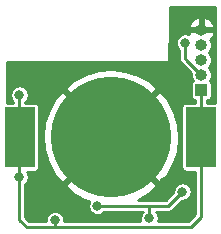
<source format=gbr>
G04 #@! TF.GenerationSoftware,KiCad,Pcbnew,(5.1.0)-1*
G04 #@! TF.CreationDate,2019-05-15T12:27:27+02:00*
G04 #@! TF.ProjectId,expansion,65787061-6e73-4696-9f6e-2e6b69636164,rev?*
G04 #@! TF.SameCoordinates,Original*
G04 #@! TF.FileFunction,Copper,L2,Bot*
G04 #@! TF.FilePolarity,Positive*
%FSLAX46Y46*%
G04 Gerber Fmt 4.6, Leading zero omitted, Abs format (unit mm)*
G04 Created by KiCad (PCBNEW (5.1.0)-1) date 2019-05-15 12:27:27*
%MOMM*%
%LPD*%
G04 APERTURE LIST*
%ADD10R,2.500000X5.100000*%
%ADD11C,10.200000*%
%ADD12R,1.000000X1.000000*%
%ADD13O,1.000000X1.000000*%
%ADD14C,0.800000*%
%ADD15C,0.250000*%
%ADD16C,0.254000*%
G04 APERTURE END LIST*
D10*
X131050000Y-65000000D03*
X146350000Y-65000000D03*
D11*
X138750000Y-65000000D03*
D12*
X146400000Y-61000000D03*
D13*
X146400000Y-59730000D03*
X146400000Y-58460000D03*
X146400000Y-57190000D03*
X146400000Y-55920000D03*
D14*
X134000000Y-72000000D03*
X131000000Y-61400000D03*
X131000000Y-68400000D03*
X134200000Y-69674990D03*
X143200000Y-68800000D03*
X131500000Y-59250000D03*
X133200000Y-68000000D03*
X137600000Y-70800000D03*
X142000000Y-71874990D03*
X144800000Y-69599986D03*
X145000000Y-57000000D03*
D15*
X131000000Y-67750000D02*
X131000000Y-64550000D01*
X131000000Y-64550000D02*
X131050000Y-64500000D01*
X145500010Y-72599990D02*
X146350000Y-71750000D01*
X131000000Y-67750000D02*
X131000000Y-72000000D01*
X131000000Y-72000000D02*
X131599990Y-72599990D01*
X146350000Y-67300000D02*
X146350000Y-64500000D01*
X133999990Y-72565695D02*
X133999990Y-72599990D01*
X134000000Y-72565685D02*
X133999990Y-72565695D01*
X134000000Y-72000000D02*
X134000000Y-72565685D01*
X131599990Y-72599990D02*
X133999990Y-72599990D01*
X133999990Y-72599990D02*
X145500010Y-72599990D01*
X146350000Y-71750000D02*
X146350000Y-64500000D01*
X131000000Y-64950000D02*
X131050000Y-65000000D01*
X131000000Y-61400000D02*
X131000000Y-64950000D01*
X146400000Y-64950000D02*
X146350000Y-65000000D01*
X146400000Y-61000000D02*
X146400000Y-64950000D01*
X142000000Y-71309305D02*
X142000000Y-70800000D01*
X142000000Y-71874990D02*
X142000000Y-71309305D01*
X142000000Y-70800000D02*
X137600000Y-70800000D01*
X143599986Y-70800000D02*
X144400001Y-69999985D01*
X142000000Y-70800000D02*
X143599986Y-70800000D01*
X144400001Y-69999985D02*
X144800000Y-69599986D01*
X145000000Y-58330000D02*
X145200000Y-58530000D01*
X145000000Y-57000000D02*
X145000000Y-58330000D01*
X145200000Y-58530000D02*
X146400000Y-59730000D01*
D16*
G36*
X147544000Y-62067157D02*
G01*
X146906000Y-62067157D01*
X146906000Y-61882252D01*
X146974689Y-61875487D01*
X147046508Y-61853701D01*
X147112696Y-61818322D01*
X147170711Y-61770711D01*
X147218322Y-61712696D01*
X147253701Y-61646508D01*
X147275487Y-61574689D01*
X147282843Y-61500000D01*
X147282843Y-60500000D01*
X147275487Y-60425311D01*
X147253701Y-60353492D01*
X147218322Y-60287304D01*
X147170711Y-60229289D01*
X147143858Y-60207251D01*
X147217875Y-60068775D01*
X147268252Y-59902706D01*
X147285262Y-59730000D01*
X147268252Y-59557294D01*
X147217875Y-59391225D01*
X147136068Y-59238175D01*
X147025975Y-59104025D01*
X147014978Y-59095000D01*
X147025975Y-59085975D01*
X147136068Y-58951825D01*
X147217875Y-58798775D01*
X147268252Y-58632706D01*
X147285262Y-58460000D01*
X147268252Y-58287294D01*
X147217875Y-58121225D01*
X147136068Y-57968175D01*
X147025975Y-57834025D01*
X147014978Y-57825000D01*
X147025975Y-57815975D01*
X147136068Y-57681825D01*
X147217875Y-57528775D01*
X147268252Y-57362706D01*
X147285262Y-57190000D01*
X147268252Y-57017294D01*
X147217875Y-56851225D01*
X147164626Y-56751604D01*
X147258865Y-56662020D01*
X147387123Y-56480206D01*
X147477446Y-56276864D01*
X147494119Y-56221874D01*
X147367954Y-56047000D01*
X146527000Y-56047000D01*
X146527000Y-56067000D01*
X146273000Y-56067000D01*
X146273000Y-56047000D01*
X145432046Y-56047000D01*
X145305881Y-56221874D01*
X145322554Y-56276864D01*
X145328756Y-56290827D01*
X145227809Y-56249013D01*
X145076922Y-56219000D01*
X144923078Y-56219000D01*
X144772191Y-56249013D01*
X144630058Y-56307887D01*
X144502141Y-56393358D01*
X144393358Y-56502141D01*
X144307887Y-56630058D01*
X144249013Y-56772191D01*
X144219000Y-56923078D01*
X144219000Y-57076922D01*
X144249013Y-57227809D01*
X144307887Y-57369942D01*
X144393358Y-57497859D01*
X144494000Y-57598501D01*
X144494001Y-58305144D01*
X144491553Y-58330000D01*
X144501322Y-58429192D01*
X144530255Y-58524574D01*
X144543098Y-58548601D01*
X144577242Y-58612479D01*
X144640474Y-58689527D01*
X144659781Y-58705372D01*
X145529951Y-59575542D01*
X145514738Y-59730000D01*
X145531748Y-59902706D01*
X145582125Y-60068775D01*
X145656142Y-60207251D01*
X145629289Y-60229289D01*
X145581678Y-60287304D01*
X145546299Y-60353492D01*
X145524513Y-60425311D01*
X145517157Y-60500000D01*
X145517157Y-61500000D01*
X145524513Y-61574689D01*
X145546299Y-61646508D01*
X145581678Y-61712696D01*
X145629289Y-61770711D01*
X145687304Y-61818322D01*
X145753492Y-61853701D01*
X145825311Y-61875487D01*
X145894000Y-61882252D01*
X145894000Y-62067157D01*
X145100000Y-62067157D01*
X145025311Y-62074513D01*
X144953492Y-62096299D01*
X144887304Y-62131678D01*
X144829289Y-62179289D01*
X144781678Y-62237304D01*
X144746299Y-62303492D01*
X144724513Y-62375311D01*
X144717157Y-62450000D01*
X144717157Y-67550000D01*
X144724513Y-67624689D01*
X144746299Y-67696508D01*
X144781678Y-67762696D01*
X144829289Y-67820711D01*
X144887304Y-67868322D01*
X144953492Y-67903701D01*
X145025311Y-67925487D01*
X145100000Y-67932843D01*
X145844001Y-67932843D01*
X145844000Y-71540408D01*
X145290419Y-72093990D01*
X142752739Y-72093990D01*
X142781000Y-71951912D01*
X142781000Y-71798068D01*
X142750987Y-71647181D01*
X142692113Y-71505048D01*
X142606642Y-71377131D01*
X142535511Y-71306000D01*
X143575140Y-71306000D01*
X143599986Y-71308447D01*
X143624832Y-71306000D01*
X143624840Y-71306000D01*
X143699179Y-71298678D01*
X143794561Y-71269745D01*
X143882465Y-71222759D01*
X143959513Y-71159527D01*
X143975362Y-71140215D01*
X144734592Y-70380986D01*
X144876922Y-70380986D01*
X145027809Y-70350973D01*
X145169942Y-70292099D01*
X145297859Y-70206628D01*
X145406642Y-70097845D01*
X145492113Y-69969928D01*
X145550987Y-69827795D01*
X145581000Y-69676908D01*
X145581000Y-69523064D01*
X145550987Y-69372177D01*
X145492113Y-69230044D01*
X145406642Y-69102127D01*
X145297859Y-68993344D01*
X145169942Y-68907873D01*
X145027809Y-68848999D01*
X144876922Y-68818986D01*
X144723078Y-68818986D01*
X144572191Y-68848999D01*
X144430058Y-68907873D01*
X144302141Y-68993344D01*
X144193358Y-69102127D01*
X144107887Y-69230044D01*
X144049013Y-69372177D01*
X144019000Y-69523064D01*
X144019000Y-69665394D01*
X143390395Y-70294000D01*
X142024854Y-70294000D01*
X142000000Y-70291552D01*
X141975146Y-70294000D01*
X140994532Y-70294000D01*
X141868581Y-69845999D01*
X142033691Y-69735678D01*
X142621806Y-69051411D01*
X138750000Y-65179605D01*
X134878194Y-69051411D01*
X135466309Y-69735678D01*
X136453289Y-70285299D01*
X136907251Y-70431594D01*
X136849013Y-70572191D01*
X136819000Y-70723078D01*
X136819000Y-70876922D01*
X136849013Y-71027809D01*
X136907887Y-71169942D01*
X136993358Y-71297859D01*
X137102141Y-71406642D01*
X137230058Y-71492113D01*
X137372191Y-71550987D01*
X137523078Y-71581000D01*
X137676922Y-71581000D01*
X137827809Y-71550987D01*
X137969942Y-71492113D01*
X138097859Y-71406642D01*
X138198501Y-71306000D01*
X141464489Y-71306000D01*
X141393358Y-71377131D01*
X141307887Y-71505048D01*
X141249013Y-71647181D01*
X141219000Y-71798068D01*
X141219000Y-71951912D01*
X141247261Y-72093990D01*
X134777605Y-72093990D01*
X134781000Y-72076922D01*
X134781000Y-71923078D01*
X134750987Y-71772191D01*
X134692113Y-71630058D01*
X134606642Y-71502141D01*
X134497859Y-71393358D01*
X134369942Y-71307887D01*
X134227809Y-71249013D01*
X134076922Y-71219000D01*
X133923078Y-71219000D01*
X133772191Y-71249013D01*
X133630058Y-71307887D01*
X133502141Y-71393358D01*
X133393358Y-71502141D01*
X133307887Y-71630058D01*
X133249013Y-71772191D01*
X133219000Y-71923078D01*
X133219000Y-72076922D01*
X133222395Y-72093990D01*
X131809582Y-72093990D01*
X131506000Y-71790409D01*
X131506000Y-68998501D01*
X131606642Y-68897859D01*
X131692113Y-68769942D01*
X131750987Y-68627809D01*
X131781000Y-68476922D01*
X131781000Y-68323078D01*
X131750987Y-68172191D01*
X131692113Y-68030058D01*
X131627156Y-67932843D01*
X132300000Y-67932843D01*
X132374689Y-67925487D01*
X132446508Y-67903701D01*
X132512696Y-67868322D01*
X132570711Y-67820711D01*
X132618322Y-67762696D01*
X132653701Y-67696508D01*
X132675487Y-67624689D01*
X132682843Y-67550000D01*
X132682843Y-64900712D01*
X132988108Y-64900712D01*
X133079451Y-66026710D01*
X133388711Y-67113251D01*
X133904001Y-68118581D01*
X134014322Y-68283691D01*
X134698589Y-68871806D01*
X138570395Y-65000000D01*
X138929605Y-65000000D01*
X142801411Y-68871806D01*
X143485678Y-68283691D01*
X144035299Y-67296711D01*
X144381809Y-66221470D01*
X144511892Y-65099288D01*
X144420549Y-63973290D01*
X144111289Y-62886749D01*
X143595999Y-61881419D01*
X143485678Y-61716309D01*
X142801411Y-61128194D01*
X138929605Y-65000000D01*
X138570395Y-65000000D01*
X134698589Y-61128194D01*
X134014322Y-61716309D01*
X133464701Y-62703289D01*
X133118191Y-63778530D01*
X132988108Y-64900712D01*
X132682843Y-64900712D01*
X132682843Y-62450000D01*
X132675487Y-62375311D01*
X132653701Y-62303492D01*
X132618322Y-62237304D01*
X132570711Y-62179289D01*
X132512696Y-62131678D01*
X132446508Y-62096299D01*
X132374689Y-62074513D01*
X132300000Y-62067157D01*
X131506000Y-62067157D01*
X131506000Y-61998501D01*
X131606642Y-61897859D01*
X131692113Y-61769942D01*
X131750987Y-61627809D01*
X131781000Y-61476922D01*
X131781000Y-61323078D01*
X131750987Y-61172191D01*
X131692113Y-61030058D01*
X131637678Y-60948589D01*
X134878194Y-60948589D01*
X138750000Y-64820395D01*
X142621806Y-60948589D01*
X142033691Y-60264322D01*
X141046711Y-59714701D01*
X139971470Y-59368191D01*
X138849288Y-59238108D01*
X137723290Y-59329451D01*
X136636749Y-59638711D01*
X135631419Y-60154001D01*
X135466309Y-60264322D01*
X134878194Y-60948589D01*
X131637678Y-60948589D01*
X131606642Y-60902141D01*
X131497859Y-60793358D01*
X131369942Y-60707887D01*
X131227809Y-60649013D01*
X131076922Y-60619000D01*
X130923078Y-60619000D01*
X130772191Y-60649013D01*
X130630058Y-60707887D01*
X130502141Y-60793358D01*
X130393358Y-60902141D01*
X130307887Y-61030058D01*
X130249013Y-61172191D01*
X130219000Y-61323078D01*
X130219000Y-61476922D01*
X130249013Y-61627809D01*
X130307887Y-61769942D01*
X130393358Y-61897859D01*
X130494000Y-61998501D01*
X130494000Y-62067157D01*
X129956000Y-62067157D01*
X129956000Y-58627000D01*
X143500000Y-58627000D01*
X143524776Y-58624560D01*
X143548601Y-58617333D01*
X143570557Y-58605597D01*
X143589803Y-58589803D01*
X143605597Y-58570557D01*
X143617333Y-58548601D01*
X143624560Y-58524776D01*
X143627000Y-58500000D01*
X143627000Y-58459377D01*
X143633175Y-58456137D01*
X143652542Y-58440491D01*
X143668483Y-58421368D01*
X143680388Y-58399503D01*
X143687798Y-58375735D01*
X143690429Y-58350978D01*
X143711467Y-55618126D01*
X145305881Y-55618126D01*
X145432046Y-55793000D01*
X146273000Y-55793000D01*
X146273000Y-54950871D01*
X146527000Y-54950871D01*
X146527000Y-55793000D01*
X147367954Y-55793000D01*
X147494119Y-55618126D01*
X147477446Y-55563136D01*
X147387123Y-55359794D01*
X147258865Y-55177980D01*
X147097601Y-55024682D01*
X146909529Y-54905790D01*
X146701876Y-54825874D01*
X146527000Y-54950871D01*
X146273000Y-54950871D01*
X146098124Y-54825874D01*
X145890471Y-54905790D01*
X145702399Y-55024682D01*
X145541135Y-55177980D01*
X145412877Y-55359794D01*
X145322554Y-55563136D01*
X145305881Y-55618126D01*
X143711467Y-55618126D01*
X143724263Y-53956000D01*
X147544000Y-53956000D01*
X147544000Y-62067157D01*
X147544000Y-62067157D01*
G37*
X147544000Y-62067157D02*
X146906000Y-62067157D01*
X146906000Y-61882252D01*
X146974689Y-61875487D01*
X147046508Y-61853701D01*
X147112696Y-61818322D01*
X147170711Y-61770711D01*
X147218322Y-61712696D01*
X147253701Y-61646508D01*
X147275487Y-61574689D01*
X147282843Y-61500000D01*
X147282843Y-60500000D01*
X147275487Y-60425311D01*
X147253701Y-60353492D01*
X147218322Y-60287304D01*
X147170711Y-60229289D01*
X147143858Y-60207251D01*
X147217875Y-60068775D01*
X147268252Y-59902706D01*
X147285262Y-59730000D01*
X147268252Y-59557294D01*
X147217875Y-59391225D01*
X147136068Y-59238175D01*
X147025975Y-59104025D01*
X147014978Y-59095000D01*
X147025975Y-59085975D01*
X147136068Y-58951825D01*
X147217875Y-58798775D01*
X147268252Y-58632706D01*
X147285262Y-58460000D01*
X147268252Y-58287294D01*
X147217875Y-58121225D01*
X147136068Y-57968175D01*
X147025975Y-57834025D01*
X147014978Y-57825000D01*
X147025975Y-57815975D01*
X147136068Y-57681825D01*
X147217875Y-57528775D01*
X147268252Y-57362706D01*
X147285262Y-57190000D01*
X147268252Y-57017294D01*
X147217875Y-56851225D01*
X147164626Y-56751604D01*
X147258865Y-56662020D01*
X147387123Y-56480206D01*
X147477446Y-56276864D01*
X147494119Y-56221874D01*
X147367954Y-56047000D01*
X146527000Y-56047000D01*
X146527000Y-56067000D01*
X146273000Y-56067000D01*
X146273000Y-56047000D01*
X145432046Y-56047000D01*
X145305881Y-56221874D01*
X145322554Y-56276864D01*
X145328756Y-56290827D01*
X145227809Y-56249013D01*
X145076922Y-56219000D01*
X144923078Y-56219000D01*
X144772191Y-56249013D01*
X144630058Y-56307887D01*
X144502141Y-56393358D01*
X144393358Y-56502141D01*
X144307887Y-56630058D01*
X144249013Y-56772191D01*
X144219000Y-56923078D01*
X144219000Y-57076922D01*
X144249013Y-57227809D01*
X144307887Y-57369942D01*
X144393358Y-57497859D01*
X144494000Y-57598501D01*
X144494001Y-58305144D01*
X144491553Y-58330000D01*
X144501322Y-58429192D01*
X144530255Y-58524574D01*
X144543098Y-58548601D01*
X144577242Y-58612479D01*
X144640474Y-58689527D01*
X144659781Y-58705372D01*
X145529951Y-59575542D01*
X145514738Y-59730000D01*
X145531748Y-59902706D01*
X145582125Y-60068775D01*
X145656142Y-60207251D01*
X145629289Y-60229289D01*
X145581678Y-60287304D01*
X145546299Y-60353492D01*
X145524513Y-60425311D01*
X145517157Y-60500000D01*
X145517157Y-61500000D01*
X145524513Y-61574689D01*
X145546299Y-61646508D01*
X145581678Y-61712696D01*
X145629289Y-61770711D01*
X145687304Y-61818322D01*
X145753492Y-61853701D01*
X145825311Y-61875487D01*
X145894000Y-61882252D01*
X145894000Y-62067157D01*
X145100000Y-62067157D01*
X145025311Y-62074513D01*
X144953492Y-62096299D01*
X144887304Y-62131678D01*
X144829289Y-62179289D01*
X144781678Y-62237304D01*
X144746299Y-62303492D01*
X144724513Y-62375311D01*
X144717157Y-62450000D01*
X144717157Y-67550000D01*
X144724513Y-67624689D01*
X144746299Y-67696508D01*
X144781678Y-67762696D01*
X144829289Y-67820711D01*
X144887304Y-67868322D01*
X144953492Y-67903701D01*
X145025311Y-67925487D01*
X145100000Y-67932843D01*
X145844001Y-67932843D01*
X145844000Y-71540408D01*
X145290419Y-72093990D01*
X142752739Y-72093990D01*
X142781000Y-71951912D01*
X142781000Y-71798068D01*
X142750987Y-71647181D01*
X142692113Y-71505048D01*
X142606642Y-71377131D01*
X142535511Y-71306000D01*
X143575140Y-71306000D01*
X143599986Y-71308447D01*
X143624832Y-71306000D01*
X143624840Y-71306000D01*
X143699179Y-71298678D01*
X143794561Y-71269745D01*
X143882465Y-71222759D01*
X143959513Y-71159527D01*
X143975362Y-71140215D01*
X144734592Y-70380986D01*
X144876922Y-70380986D01*
X145027809Y-70350973D01*
X145169942Y-70292099D01*
X145297859Y-70206628D01*
X145406642Y-70097845D01*
X145492113Y-69969928D01*
X145550987Y-69827795D01*
X145581000Y-69676908D01*
X145581000Y-69523064D01*
X145550987Y-69372177D01*
X145492113Y-69230044D01*
X145406642Y-69102127D01*
X145297859Y-68993344D01*
X145169942Y-68907873D01*
X145027809Y-68848999D01*
X144876922Y-68818986D01*
X144723078Y-68818986D01*
X144572191Y-68848999D01*
X144430058Y-68907873D01*
X144302141Y-68993344D01*
X144193358Y-69102127D01*
X144107887Y-69230044D01*
X144049013Y-69372177D01*
X144019000Y-69523064D01*
X144019000Y-69665394D01*
X143390395Y-70294000D01*
X142024854Y-70294000D01*
X142000000Y-70291552D01*
X141975146Y-70294000D01*
X140994532Y-70294000D01*
X141868581Y-69845999D01*
X142033691Y-69735678D01*
X142621806Y-69051411D01*
X138750000Y-65179605D01*
X134878194Y-69051411D01*
X135466309Y-69735678D01*
X136453289Y-70285299D01*
X136907251Y-70431594D01*
X136849013Y-70572191D01*
X136819000Y-70723078D01*
X136819000Y-70876922D01*
X136849013Y-71027809D01*
X136907887Y-71169942D01*
X136993358Y-71297859D01*
X137102141Y-71406642D01*
X137230058Y-71492113D01*
X137372191Y-71550987D01*
X137523078Y-71581000D01*
X137676922Y-71581000D01*
X137827809Y-71550987D01*
X137969942Y-71492113D01*
X138097859Y-71406642D01*
X138198501Y-71306000D01*
X141464489Y-71306000D01*
X141393358Y-71377131D01*
X141307887Y-71505048D01*
X141249013Y-71647181D01*
X141219000Y-71798068D01*
X141219000Y-71951912D01*
X141247261Y-72093990D01*
X134777605Y-72093990D01*
X134781000Y-72076922D01*
X134781000Y-71923078D01*
X134750987Y-71772191D01*
X134692113Y-71630058D01*
X134606642Y-71502141D01*
X134497859Y-71393358D01*
X134369942Y-71307887D01*
X134227809Y-71249013D01*
X134076922Y-71219000D01*
X133923078Y-71219000D01*
X133772191Y-71249013D01*
X133630058Y-71307887D01*
X133502141Y-71393358D01*
X133393358Y-71502141D01*
X133307887Y-71630058D01*
X133249013Y-71772191D01*
X133219000Y-71923078D01*
X133219000Y-72076922D01*
X133222395Y-72093990D01*
X131809582Y-72093990D01*
X131506000Y-71790409D01*
X131506000Y-68998501D01*
X131606642Y-68897859D01*
X131692113Y-68769942D01*
X131750987Y-68627809D01*
X131781000Y-68476922D01*
X131781000Y-68323078D01*
X131750987Y-68172191D01*
X131692113Y-68030058D01*
X131627156Y-67932843D01*
X132300000Y-67932843D01*
X132374689Y-67925487D01*
X132446508Y-67903701D01*
X132512696Y-67868322D01*
X132570711Y-67820711D01*
X132618322Y-67762696D01*
X132653701Y-67696508D01*
X132675487Y-67624689D01*
X132682843Y-67550000D01*
X132682843Y-64900712D01*
X132988108Y-64900712D01*
X133079451Y-66026710D01*
X133388711Y-67113251D01*
X133904001Y-68118581D01*
X134014322Y-68283691D01*
X134698589Y-68871806D01*
X138570395Y-65000000D01*
X138929605Y-65000000D01*
X142801411Y-68871806D01*
X143485678Y-68283691D01*
X144035299Y-67296711D01*
X144381809Y-66221470D01*
X144511892Y-65099288D01*
X144420549Y-63973290D01*
X144111289Y-62886749D01*
X143595999Y-61881419D01*
X143485678Y-61716309D01*
X142801411Y-61128194D01*
X138929605Y-65000000D01*
X138570395Y-65000000D01*
X134698589Y-61128194D01*
X134014322Y-61716309D01*
X133464701Y-62703289D01*
X133118191Y-63778530D01*
X132988108Y-64900712D01*
X132682843Y-64900712D01*
X132682843Y-62450000D01*
X132675487Y-62375311D01*
X132653701Y-62303492D01*
X132618322Y-62237304D01*
X132570711Y-62179289D01*
X132512696Y-62131678D01*
X132446508Y-62096299D01*
X132374689Y-62074513D01*
X132300000Y-62067157D01*
X131506000Y-62067157D01*
X131506000Y-61998501D01*
X131606642Y-61897859D01*
X131692113Y-61769942D01*
X131750987Y-61627809D01*
X131781000Y-61476922D01*
X131781000Y-61323078D01*
X131750987Y-61172191D01*
X131692113Y-61030058D01*
X131637678Y-60948589D01*
X134878194Y-60948589D01*
X138750000Y-64820395D01*
X142621806Y-60948589D01*
X142033691Y-60264322D01*
X141046711Y-59714701D01*
X139971470Y-59368191D01*
X138849288Y-59238108D01*
X137723290Y-59329451D01*
X136636749Y-59638711D01*
X135631419Y-60154001D01*
X135466309Y-60264322D01*
X134878194Y-60948589D01*
X131637678Y-60948589D01*
X131606642Y-60902141D01*
X131497859Y-60793358D01*
X131369942Y-60707887D01*
X131227809Y-60649013D01*
X131076922Y-60619000D01*
X130923078Y-60619000D01*
X130772191Y-60649013D01*
X130630058Y-60707887D01*
X130502141Y-60793358D01*
X130393358Y-60902141D01*
X130307887Y-61030058D01*
X130249013Y-61172191D01*
X130219000Y-61323078D01*
X130219000Y-61476922D01*
X130249013Y-61627809D01*
X130307887Y-61769942D01*
X130393358Y-61897859D01*
X130494000Y-61998501D01*
X130494000Y-62067157D01*
X129956000Y-62067157D01*
X129956000Y-58627000D01*
X143500000Y-58627000D01*
X143524776Y-58624560D01*
X143548601Y-58617333D01*
X143570557Y-58605597D01*
X143589803Y-58589803D01*
X143605597Y-58570557D01*
X143617333Y-58548601D01*
X143624560Y-58524776D01*
X143627000Y-58500000D01*
X143627000Y-58459377D01*
X143633175Y-58456137D01*
X143652542Y-58440491D01*
X143668483Y-58421368D01*
X143680388Y-58399503D01*
X143687798Y-58375735D01*
X143690429Y-58350978D01*
X143711467Y-55618126D01*
X145305881Y-55618126D01*
X145432046Y-55793000D01*
X146273000Y-55793000D01*
X146273000Y-54950871D01*
X146527000Y-54950871D01*
X146527000Y-55793000D01*
X147367954Y-55793000D01*
X147494119Y-55618126D01*
X147477446Y-55563136D01*
X147387123Y-55359794D01*
X147258865Y-55177980D01*
X147097601Y-55024682D01*
X146909529Y-54905790D01*
X146701876Y-54825874D01*
X146527000Y-54950871D01*
X146273000Y-54950871D01*
X146098124Y-54825874D01*
X145890471Y-54905790D01*
X145702399Y-55024682D01*
X145541135Y-55177980D01*
X145412877Y-55359794D01*
X145322554Y-55563136D01*
X145305881Y-55618126D01*
X143711467Y-55618126D01*
X143724263Y-53956000D01*
X147544000Y-53956000D01*
X147544000Y-62067157D01*
M02*

</source>
